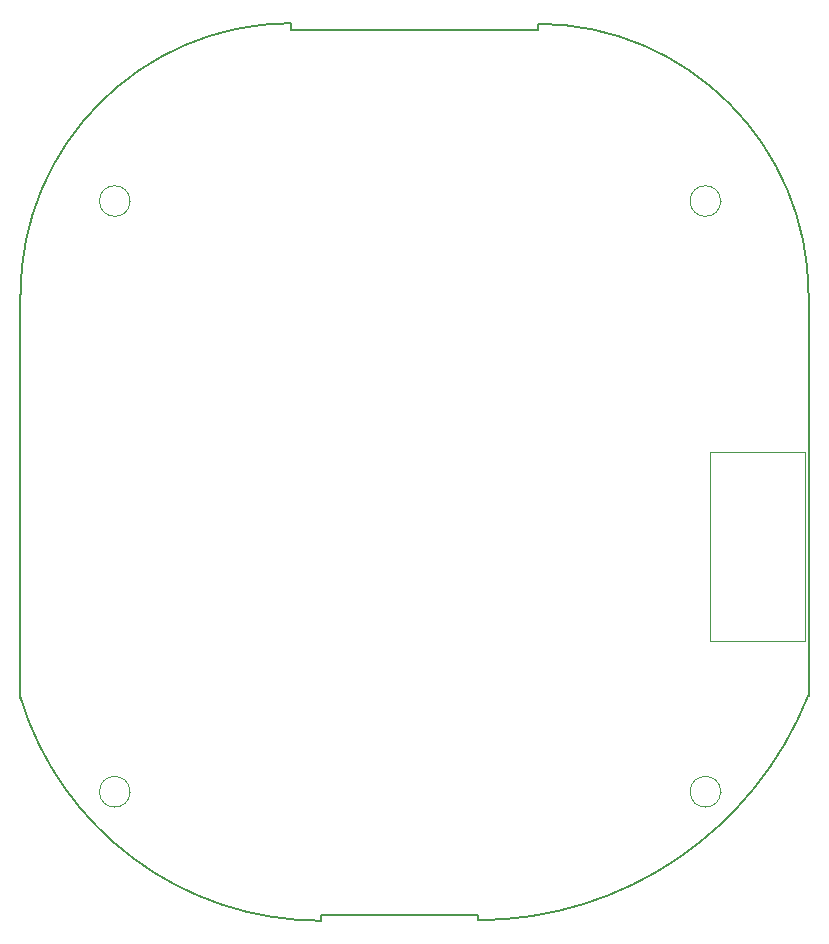
<source format=gko>
%FSTAX23Y23*%
%MOIN*%
%SFA1B1*%

%IPPOS*%
%ADD14C,0.003937*%
%ADD15C,0.000500*%
%ADD16C,0.005000*%
%LNÎÂÊª¶È¹âÕÕ´«¸Ð-1*%
%LPD*%
G54D14*
X07339Y02637D02*
X07654D01*
Y02006D02*
Y02637D01*
X07339Y02006D02*
X07654D01*
X07339D02*
Y02637D01*
G54D15*
X05405Y03472D02*
D01*
D01*
G75*
G03X05303I-00051J0D01*
G74*G01*
D01*
G75*
G03X05405I00051J0D01*
G74*G01*
X07374D02*
D01*
D01*
G75*
G03X07272I-00051J0D01*
G74*G01*
D01*
G75*
G03X07374I00051J0D01*
G74*G01*
Y01503D02*
D01*
D01*
G75*
G03X07272I-00051J0D01*
G74*G01*
D01*
G75*
G03X07374I00051J0D01*
G74*G01*
X05405D02*
D01*
D01*
G75*
G03X05303I-00051J0D01*
G74*G01*
D01*
G75*
G03X05405I00051J0D01*
G74*G01*
G54D16*
X05941Y04065D02*
D01*
D01*
G75*
G03X0504Y03159I00004J-00905D01*
G74*G01*
X07667Y03158D02*
D01*
D01*
G75*
G03X06766Y04063I-00905J-0D01*
G74*G01*
X0504Y01817D02*
D01*
D01*
G75*
G03X06043Y01073I01003J00304D01*
G74*G01*
X06564Y01075D02*
D01*
D01*
G75*
G03X07666Y01823I-0J01185D01*
G74*G01*
X06766Y04044D02*
Y04062D01*
X05941Y04044D02*
Y04062D01*
X06564Y01075D02*
Y01093D01*
X06043Y01073D02*
Y01093D01*
X06564*
X0504Y01817D02*
Y03161D01*
X05941Y04043D02*
X06766D01*
X07667Y01823D02*
Y03156D01*
M02*
</source>
